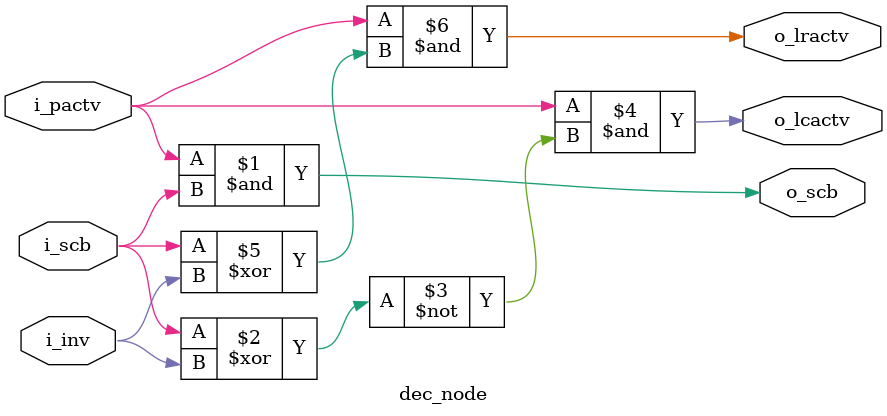
<source format=sv>
`timescale 1ns / 1ps


module dec_node (
        input wire          i_scb,
        input wire          i_pactv,
        input wire          i_inv,
        
        output wire         o_scb,
        output wire         o_lcactv,
        output wire         o_lractv
    );
    
    assign o_scb = i_pactv & i_scb;
    assign o_lcactv = i_pactv & ~(i_scb ^ i_inv);
    assign o_lractv = i_pactv & (i_scb ^ i_inv);
    
endmodule

</source>
